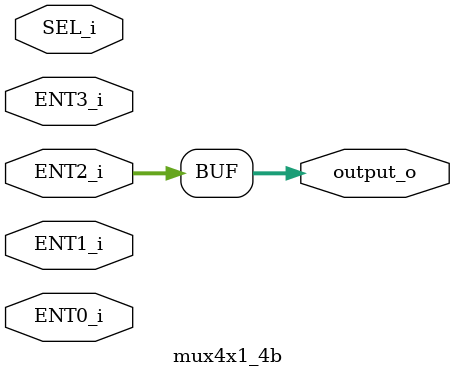
<source format=v>
/*
	mux4x1 de 4 bits
	Richard Stolk - 14/06/2024
	
	Somador completo de 4 bits
*/
module mux4x1_4b (
	ENT0_i,
	ENT1_i,
	ENT2_i,
	ENT3_i,
	SEL_i,
	output_o
);


	localparam WIDTH = 4;
	localparam SEL = 2;

	input wire  [WIDTH - 1:0] ENT0_i;
	input wire  [WIDTH - 1:0] ENT1_i;
	input wire  [WIDTH - 1:0] ENT2_i;
	input wire  [WIDTH - 1:0] ENT3_i;
	input wire  [SEL   - 1:0] SEL_i;
	output reg  [WIDTH - 1:0] output_o;
	
	always @(ENT0_i or ENT1_i or ENT2_i or ENT3_i or SEL)
	begin
		case (SEL)
			2'b00: output_o <= ENT0_i;
			
			2'b01: output_o <= ENT1_i;
			
			2'b10: output_o <= ENT2_i;
			
			2'b11: output_o <= ENT3_i;
		endcase
	end
	
endmodule

</source>
